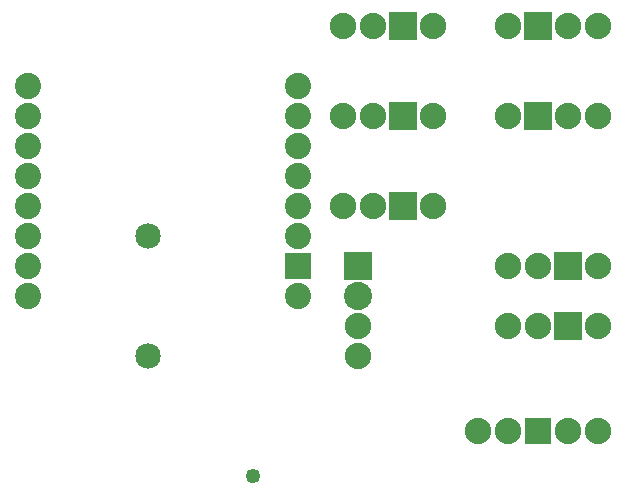
<source format=gbs>
G04 MADE WITH FRITZING*
G04 WWW.FRITZING.ORG*
G04 DOUBLE SIDED*
G04 HOLES PLATED*
G04 CONTOUR ON CENTER OF CONTOUR VECTOR*
%ASAXBY*%
%FSLAX23Y23*%
%MOIN*%
%OFA0B0*%
%SFA1.0B1.0*%
%ADD10C,0.049370*%
%ADD11C,0.085000*%
%ADD12C,0.088000*%
%ADD13C,0.094141*%
%ADD14C,0.087778*%
%ADD15R,0.094375X0.094375*%
%ADD16R,0.093333X0.093333*%
%ADD17R,0.087778X0.087778*%
%ADD18R,0.088000X0.088000*%
%LNMASK0*%
G90*
G70*
G54D10*
X1155Y446D03*
G54D11*
X805Y1246D03*
X805Y846D03*
G54D12*
X1756Y1645D03*
G54D13*
X1656Y1645D03*
G54D12*
X1556Y1645D03*
X1456Y1645D03*
X2305Y946D03*
G54D13*
X2205Y946D03*
G54D12*
X2105Y946D03*
X2005Y946D03*
X1756Y1945D03*
G54D13*
X1656Y1945D03*
G54D12*
X1556Y1945D03*
X1456Y1945D03*
X1756Y1345D03*
G54D13*
X1656Y1345D03*
G54D12*
X1556Y1345D03*
X1456Y1345D03*
X2305Y1146D03*
G54D13*
X2205Y1146D03*
G54D12*
X2105Y1146D03*
X2005Y1146D03*
X2005Y1946D03*
G54D13*
X2105Y1946D03*
G54D12*
X2205Y1946D03*
X2305Y1946D03*
X2005Y1646D03*
G54D13*
X2105Y1646D03*
G54D12*
X2205Y1646D03*
X2305Y1646D03*
X1505Y1146D03*
G54D13*
X1505Y1046D03*
G54D12*
X1505Y946D03*
X1505Y846D03*
G54D14*
X405Y1746D03*
X405Y1646D03*
X405Y1546D03*
X405Y1446D03*
X405Y1346D03*
X405Y1246D03*
X405Y1146D03*
X405Y1046D03*
X1305Y1046D03*
X1305Y1146D03*
X1305Y1246D03*
X1305Y1346D03*
X1305Y1446D03*
X1305Y1546D03*
X1305Y1646D03*
X1305Y1746D03*
G54D12*
X2305Y596D03*
X2205Y596D03*
X2105Y596D03*
X2005Y596D03*
X1905Y596D03*
G54D15*
X1655Y1645D03*
X2205Y946D03*
X1655Y1945D03*
X1655Y1345D03*
X2205Y1146D03*
X2106Y1946D03*
X2106Y1646D03*
G54D16*
X1506Y1146D03*
G54D17*
X1305Y1146D03*
G54D18*
X2105Y596D03*
G04 End of Mask0*
M02*
</source>
